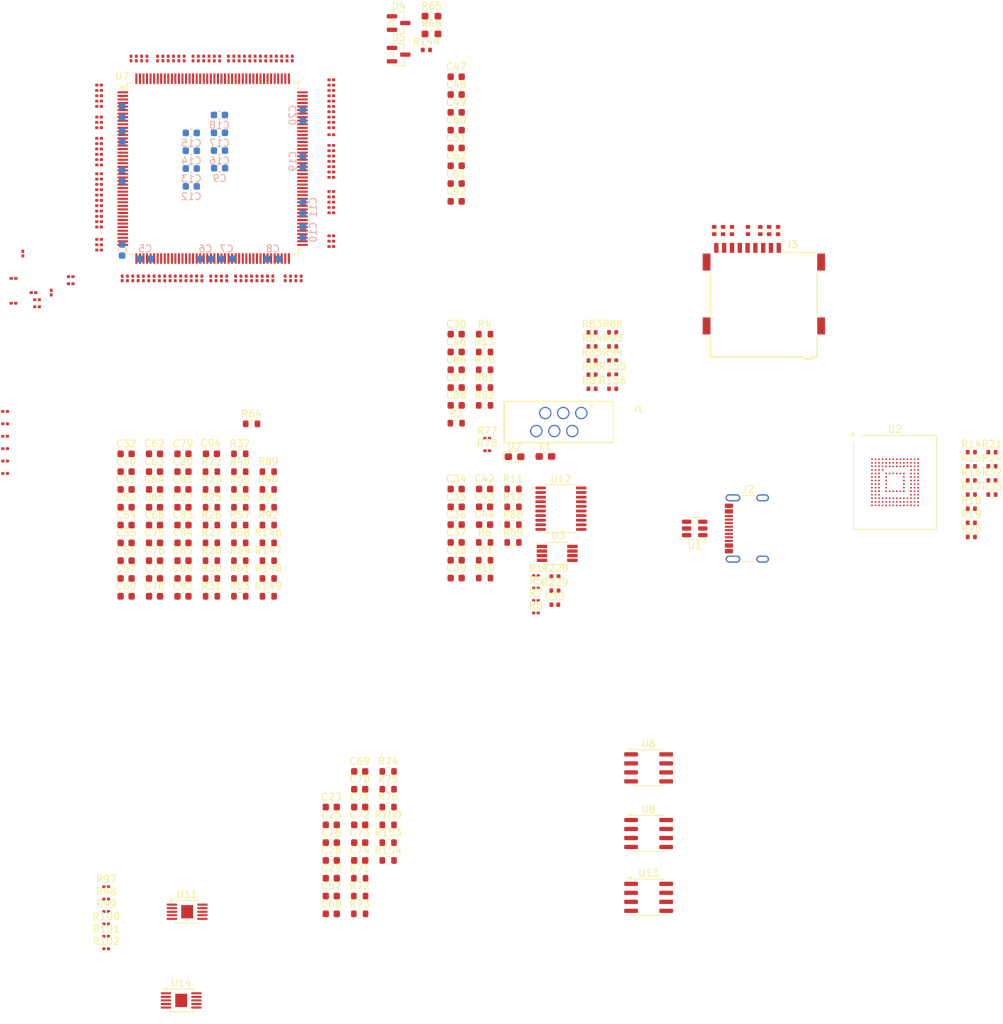
<source format=kicad_pcb>
(kicad_pcb (version 20241229) (generator "pcbnew") (generator_version "9.0")
  (layers (0 "F.Cu" signal) (2 "B.Cu" signal) (13 "F.Paste" user) (15 "B.Paste" user) (5 "F.SilkS" user "F.Silkscreen") (7 "B.SilkS" user "B.Silkscreen") (1 "F.Mask" user) (3 "B.Mask" user) (25 "Edge.Cuts" user))
  (net 0 "")
  (net 1 "GND")
  (net 2 "VDD_MCU")
  (net 3 "VREF+")
  (net 4 "VDDA_MCU")
  (net 5 "VCAPDSI")
  (net 6 "VDD33_USB")
  (net 7 "VDD50_USB")
  (net 8 "VBUS")
  (net 9 "Net-(U9-VCC)")
  (net 10 "/ADC/-IN2")
  (net 11 "/ADC/+IN2")
  (net 12 "VDDA")
  (net 13 "Net-(U3--)")
  (net 14 "Net-(U3-+)")
  (net 15 "/ADC/PT1")
  (net 16 "VDD_3V3")
  (net 17 "/ADC/+IN3")
  (net 18 "/ADC/-IN3")
  (net 19 "/ADC/+IN4")
  (net 20 "/ADC/-IN4")
  (net 21 "/ADC/+IN5")
  (net 22 "/ADC/-IN5")
  (net 23 "Net-(U6-IN-)")
  (net 24 "Net-(U6-IN+)")
  (net 25 "Net-(U8-IN+)")
  (net 26 "Net-(U8-IN-)")
  (net 27 "Net-(U13-IN+)")
  (net 28 "Net-(U13-IN-)")
  (net 29 "Net-(IC1-DVDT)")
  (net 30 "Net-(JP13-C)")
  (net 31 "Net-(U9-BOOT1)")
  (net 32 "Net-(U9-SW1)")
  (net 33 "Net-(U9-SW2)")
  (net 34 "Net-(U9-BOOT2)")
  (net 35 "Net-(U14-EN{slash}UV)")
  (net 36 "Net-(U9-COMP)")
  (net 37 "VDDSMPS")
  (net 38 "Net-(JP8-A)")
  (net 39 "Net-(JP9-A)")
  (net 40 "Net-(JP10-A)")
  (net 41 "Net-(JP11-A)")
  (net 42 "/VLXSMPS")
  (net 43 "/VFBSMPS")
  (net 44 "Net-(JP12-A)")
  (net 45 "Net-(C75-Pad1)")
  (net 46 "Net-(U14-SET)")
  (net 47 "/POWER/Psense3_IN+")
  (net 48 "Net-(U10-BOOT1)")
  (net 49 "Net-(U10-SW1)")
  (net 50 "Net-(U10-SW2)")
  (net 51 "Net-(U10-BOOT2)")
  (net 52 "VBAT_SAFE")
  (net 53 "Net-(U10-VCC)")
  (net 54 "3V5")
  (net 55 "Net-(U10-COMP)")
  (net 56 "Net-(C85-Pad1)")
  (net 57 "Net-(J2-SHIELD)")
  (net 58 "Net-(J8-PAD)")
  (net 59 "Net-(C88-Pad2)")
  (net 60 "Net-(J3-SHIELD)")
  (net 61 "/POWER/Psense2_IN+")
  (net 62 "Net-(U11-SET)")
  (net 63 "Net-(D2-K)")
  (net 64 "/DATA_S1")
  (net 65 "/DATA_S2")
  (net 66 "Net-(F1-Pad1)")
  (net 67 "/COMMUNICATION/SWDIO")
  (net 68 "/COMMUNICATION/NRST")
  (net 69 "/COMMUNICATION/SWCLK")
  (net 70 "/COMMUNICATION/SWO")
  (net 71 "Net-(J2-CC1)")
  (net 72 "/COMMUNICATION/USB_D+")
  (net 74 "Net-(J2-CC2)")
  (net 76 "/COMMUNICATION/USB_D-")
  (net 77 "/STORAGE/SD_CMD")
  (net 78 "/STORAGE/SD_DAT0")
  (net 79 "/STORAGE/SD_DAT3")
  (net 80 "/STORAGE/SD_CLK")
  (net 81 "/STORAGE/SD_DAT1")
  (net 82 "/STORAGE/SD_DET")
  (net 83 "/STORAGE/SD_DAT2")
  (net 84 "VDD_10V")
  (net 85 "/ADC/-IN1")
  (net 86 "/ADC/INA1_RG-")
  (net 87 "Net-(R6-Pad1)")
  (net 88 "Net-(U3-Vout)")
  (net 89 "/ADC/+IN1")
  (net 90 "Net-(U12-AIN0P)")
  (net 91 "Net-(U12-AIN0N)")
  (net 92 "Net-(U12-AIN1P)")
  (net 93 "Net-(U12-AIN1N)")
  (net 94 "/COMMUNICATION/TCAN_STBY")
  (net 95 "/STORAGE/eMMC_DAT7")
  (net 96 "/STORAGE/eMMC_DAT6")
  (net 97 "/STORAGE/eMMC_DAT5")
  (net 98 "/STORAGE/eMMC_DAT4")
  (net 99 "/STORAGE/eMMC_DAT3")
  (net 100 "/STORAGE/eMMC_DAT2")
  (net 101 "/STORAGE/eMMC_DAT1")
  (net 102 "/STORAGE/eMMC_DAT0")
  (net 103 "/POWER/Psense1_IN+")
  (net 104 "/STORAGE/eMMC_CMD")
  (net 105 "+BATT1")
  (net 106 "Net-(IC1-~{EN}{slash}OVLO)")
  (net 107 "/POWER/EFUSE_FLT")
  (net 108 "/STORAGE/eMMC_CLK")
  (net 109 "/STORAGE/eMMC_RST")
  (net 110 "/eMMC_CLK")
  (net 112 "/eMMC_CMD")
  (net 114 "/eMMC_DAT0")
  (net 117 "/eMMC_DAT1")
  (net 118 "/eMMC_DAT2")
  (net 120 "Net-(IC1-ILM)")
  (net 121 "/eMMC_DAT3")
  (net 124 "/eMMC_DAT4")
  (net 126 "/eMMC_DAT5")
  (net 128 "/eMMC_DAT6")
  (net 129 "/eMMC_DAT7")
  (net 132 "/eMMC_RST")
  (net 133 "Net-(U9-MODE)")
  (net 134 "Net-(U14-PGFB)")
  (net 135 "Net-(U14-ILIM)")
  (net 136 "Net-(U10-MODE)")
  (net 137 "Net-(U12-AIN2P)")
  (net 138 "Net-(U12-AIN2N)")
  (net 139 "Net-(D6-A)")
  (net 140 "Net-(Q2-G)")
  (net 141 "/H_IPA")
  (net 142 "Net-(Q3-B)")
  (net 143 "Net-(Q4-G)")
  (net 144 "/H_NOS")
  (net 145 "Net-(Q5-B)")
  (net 146 "Net-(Q6-B)")
  (net 147 "/BUZZ")
  (net 148 "Net-(BZ1-Pad1)")
  (net 149 "Net-(J9-Pin_2)")
  (net 150 "Net-(J9-Pin_1)")
  (net 151 "Net-(J14-Pin_1)")
  (net 152 "Net-(U7C-PG0)")
  (net 153 "Net-(J14-Pin_2)")
  (net 154 "Net-(U7C-PG1)")
  (net 155 "CANH")
  (net 156 "CANL")
  (net 157 "/COMMUNICATION/CM_SDA")
  (net 158 "/COMMUNICATION/CM_SCL")
  (net 159 "/COMMUNICATION/TPS10V_SDA")
  (net 160 "/COMMUNICATION/TPS10V_SCL")
  (net 161 "/COMMUNICATION/TPS3V3_SDA")
  (net 162 "/COMMUNICATION/TPS3V3_SCL")
  (net 163 "Net-(U10-EN{slash}UVLO)")
  (net 164 "Net-(U9-EN{slash}UVLO)")
  (net 165 "/COMMUNICATION/I2C_SDA")
  (net 166 "/COMMUNICATION/I2C_SCL")
  (net 167 "Net-(J14-Pin_3)")
  (net 168 "Net-(U7C-PG2)")
  (net 169 "Net-(U7C-PG3)")
  (net 170 "Net-(J14-Pin_4)")
  (net 171 "/POWER/CM_SDA")
  (net 172 "Net-(U6-SDA)")
  (net 173 "/POWER/CM_SCL")
  (net 174 "Net-(U6-SCL)")
  (net 175 "Net-(U8-SDA)")
  (net 176 "Net-(U8-SCL)")
  (net 177 "Net-(U13-SDA)")
  (net 178 "Net-(U13-SCL)")
  (net 179 "Net-(U7C-PG4)")
  (net 180 "Net-(J14-Pin_5)")
  (net 181 "Net-(U7C-PG5)")
  (net 182 "Net-(J14-Pin_6)")
  (net 183 "Net-(U7C-PG6)")
  (net 184 "Net-(J14-Pin_7)")
  (net 185 "Net-(J14-Pin_8)")
  (net 186 "Net-(U7C-PG7)")
  (net 187 "Net-(U7C-PG8)")
  (net 188 "Net-(J14-Pin_9)")
  (net 189 "Net-(J14-Pin_10)")
  (net 190 "Net-(U7C-PG9)")
  (net 191 "Net-(J14-Pin_11)")
  (net 192 "Net-(U7C-PG10)")
  (net 193 "Net-(U7C-PG11)")
  (net 194 "Net-(J14-Pin_12)")
  (net 195 "Net-(J14-Pin_13)")
  (net 196 "Net-(U7C-PG12)")
  (net 197 "Net-(J14-Pin_14)")
  (net 198 "Net-(U7C-PG13)")
  (net 199 "Net-(U7C-PG14)")
  (net 200 "Net-(J14-Pin_15)")
  (net 201 "Net-(U7C-PG15)")
  (net 202 "Net-(J14-Pin_16)")
  (net 203 "Net-(U7C-PF0)")
  (net 204 "Net-(J15-Pin_1)")
  (net 205 "Net-(J15-Pin_2)")
  (net 206 "Net-(U7C-PF1)")
  (net 207 "Net-(J15-Pin_3)")
  (net 208 "Net-(U7C-PF2)")
  (net 209 "Net-(J15-Pin_4)")
  (net 210 "Net-(U7C-PF3)")
  (net 211 "Net-(U7C-PF4)")
  (net 212 "Net-(J15-Pin_5)")
  (net 213 "Net-(U7C-PF5)")
  (net 214 "Net-(J15-Pin_6)")
  (net 215 "Net-(U7C-PF6)")
  (net 216 "Net-(J15-Pin_7)")
  (net 217 "Net-(J15-Pin_8)")
  (net 218 "Net-(U7C-PF7)")
  (net 219 "Net-(J15-Pin_9)")
  (net 220 "Net-(U7C-PF8)")
  (net 221 "Net-(U7C-PF9)")
  (net 222 "Net-(J15-Pin_10)")
  (net 223 "Net-(J15-Pin_11)")
  (net 224 "Net-(U7C-PF10)")
  (net 225 "Net-(J15-Pin_12)")
  (net 226 "Net-(U7C-PF11)")
  (net 227 "Net-(U7C-PF12)")
  (net 228 "Net-(J15-Pin_13)")
  (net 229 "Net-(J15-Pin_14)")
  (net 230 "Net-(U7C-PF13)")
  (net 231 "Net-(U7C-PF14)")
  (net 232 "Net-(J15-Pin_15)")
  (net 233 "Net-(U7C-PF15)")
  (net 234 "Net-(J15-Pin_16)")
  (net 235 "/HSE0")
  (net 236 "Net-(U7B-PH0)")
  (net 237 "/HSE1")
  (net 238 "Net-(U7B-PH1)")
  (net 239 "Net-(J10-Pin_1)")
  (net 240 "Net-(U7D-PB0)")
  (net 241 "Net-(U7D-PB1)")
  (net 242 "Net-(J10-Pin_2)")
  (net 243 "/OTG_USB")
  (net 244 "Net-(J10-Pin_3)")
  (net 245 "Net-(U7D-PB2)")
  (net 246 "Net-(J10-Pin_4)")
  (net 247 "Net-(U7D-PB3)")
  (net 248 "Net-(U7D-PB4)")
  (net 249 "Net-(J10-Pin_5)")
  (net 250 "Net-(U7D-PB5)")
  (net 251 "Net-(J10-Pin_6)")
  (net 252 "Net-(U7D-PB6)")
  (net 253 "Net-(J10-Pin_7)")
  (net 254 "/NRST")
  (net 255 "Net-(U11-PGFB)")
  (net 256 "Net-(U11-ILIM)")
  (net 257 "Net-(Q6-E)")
  (net 258 "Net-(U7D-PB7)")
  (net 259 "Net-(J10-Pin_8)")
  (net 260 "Net-(J10-Pin_9)")
  (net 261 "Net-(U7D-PB8)")
  (net 262 "Net-(Q5-E)")
  (net 263 "Net-(Q3-E)")
  (net 264 "/COMMUNICATION/ADXL_SDA")
  (net 265 "/COMMUNICATION/ADXL_SCL")
  (net 266 "Net-(U7D-PB9)")
  (net 267 "Net-(J10-Pin_10)")
  (net 268 "Net-(J10-Pin_11)")
  (net 269 "Net-(U7D-PB10)")
  (net 270 "Net-(U7D-PB11)")
  (net 271 "Net-(J10-Pin_12)")
  (net 272 "Net-(U7D-PB12)")
  (net 273 "Net-(J10-Pin_13)")
  (net 274 "Net-(U7D-PB13)")
  (net 275 "Net-(J10-Pin_14)")
  (net 276 "Net-(J10-Pin_15)")
  (net 277 "Net-(U7D-PB14)")
  (net 278 "Net-(J10-Pin_16)")
  (net 279 "Net-(U7D-PB15)")
  (net 280 "Net-(J11-Pin_1)")
  (net 281 "Net-(U7D-PC0)")
  (net 282 "Net-(J11-Pin_2)")
  (net 283 "Net-(U7D-PC1)")
  (net 284 "Net-(U7D-PC2_C)")
  (net 285 "Net-(J11-Pin_3)")
  (net 286 "Net-(U7D-PC3_C)")
  (net 287 "Net-(J11-Pin_4)")
  (net 288 "Net-(U7D-PC4)")
  (net 289 "Net-(J11-Pin_5)")
  (net 290 "Net-(J11-Pin_6)")
  (net 291 "Net-(U7D-PC5)")
  (net 292 "Net-(J11-Pin_7)")
  (net 293 "Net-(U7D-PC6)")
  (net 294 "Net-(J11-Pin_8)")
  (net 295 "Net-(U7D-PC7)")
  (net 296 "Net-(U7D-PC8)")
  (net 297 "Net-(J11-Pin_9)")
  (net 298 "Net-(U7D-PC9)")
  (net 299 "Net-(J11-Pin_10)")
  (net 300 "Net-(U7D-PC10)")
  (net 301 "Net-(J11-Pin_11)")
  (net 302 "Net-(U7D-PC11)")
  (net 303 "Net-(J11-Pin_12)")
  (net 304 "Net-(J11-Pin_13)")
  (net 305 "Net-(U7D-PC12)")
  (net 306 "Net-(U7D-PC13)")
  (net 307 "Net-(J11-Pin_14)")
  (net 308 "Net-(U7D-PC14)")
  (net 309 "Net-(J11-Pin_15)")
  (net 310 "Net-(U7D-PC15)")
  (net 311 "Net-(J11-Pin_16)")
  (net 312 "Net-(J12-Pin_1)")
  (net 313 "Net-(U7D-PD0)")
  (net 314 "Net-(U7D-PD1)")
  (net 315 "Net-(J12-Pin_2)")
  (net 316 "Net-(J12-Pin_3)")
  (net 317 "Net-(U7D-PD2)")
  (net 318 "Net-(U7D-PD3)")
  (net 319 "Net-(J12-Pin_4)")
  (net 320 "Net-(U7D-PD4)")
  (net 321 "Net-(J12-Pin_5)")
  (net 322 "Net-(U7D-PD5)")
  (net 323 "Net-(J12-Pin_6)")
  (net 324 "Net-(U7D-PD6)")
  (net 325 "Net-(J12-Pin_7)")
  (net 326 "Net-(U7D-PD7)")
  (net 327 "Net-(J12-Pin_8)")
  (net 328 "Net-(U7D-PD8)")
  (net 329 "Net-(J12-Pin_9)")
  (net 330 "Net-(U7D-PD9)")
  (net 331 "Net-(J12-Pin_10)")
  (net 332 "Net-(J12-Pin_11)")
  (net 333 "Net-(U7D-PD10)")
  (net 334 "Net-(J12-Pin_12)")
  (net 335 "Net-(U7D-PD11)")
  (net 336 "Net-(J12-Pin_13)")
  (net 337 "Net-(U7D-PD12)")
  (net 338 "Net-(U7D-PD13)")
  (net 339 "Net-(J12-Pin_14)")
  (net 340 "Net-(J12-Pin_15)")
  (net 341 "Net-(U7D-PD14)")
  (net 342 "Net-(J12-Pin_16)")
  (net 343 "Net-(U7D-PD15)")
  (net 344 "Net-(J16-Pin_1)")
  (net 345 "Net-(U7C-PE0)")
  (net 346 "Net-(U7C-PE1)")
  (net 347 "Net-(J16-Pin_2)")
  (net 348 "Net-(U7C-PE2)")
  (net 349 "Net-(J16-Pin_3)")
  (net 350 "Net-(U7C-PE3)")
  (net 351 "Net-(J16-Pin_4)")
  (net 352 "Net-(J16-Pin_5)")
  (net 353 "Net-(U7C-PE4)")
  (net 354 "Net-(U7C-PE5)")
  (net 355 "Net-(J16-Pin_6)")
  (net 356 "Net-(J16-Pin_7)")
  (net 357 "Net-(U7C-PE6)")
  (net 358 "Net-(J16-Pin_8)")
  (net 359 "Net-(U7C-PE7)")
  (net 360 "Net-(J16-Pin_9)")
  (net 361 "Net-(U7C-PE8)")
  (net 362 "Net-(J16-Pin_10)")
  (net 363 "Net-(U7C-PE9)")
  (net 364 "Net-(J16-Pin_11)")
  (net 365 "Net-(U7C-PE10)")
  (net 366 "Net-(U7C-PE11)")
  (net 367 "Net-(J16-Pin_12)")
  (net 368 "Net-(U7C-PE12)")
  (net 369 "Net-(J16-Pin_13)")
  (net 370 "Net-(J16-Pin_14)")
  (net 371 "Net-(U7C-PE13)")
  (net 372 "Net-(J16-Pin_15)")
  (net 373 "Net-(U7C-PE14)")
  (net 374 "Net-(J16-Pin_16)")
  (net 375 "Net-(U7C-PE15)")
  (net 376 "Net-(J13-Pin_1)")
  (net 377 "Net-(U7C-PA0)")
  (net 378 "Net-(J13-Pin_2)")
  (net 379 "Net-(U7C-PA1)")
  (net 380 "Net-(U7C-PA2)")
  (net 381 "Net-(J13-Pin_3)")
  (net 382 "Net-(J13-Pin_4)")
  (net 383 "Net-(U7C-PA3)")
  (net 384 "Net-(J13-Pin_5)")
  (net 385 "Net-(U7C-PA4)")
  (net 386 "Net-(U7C-PA5)")
  (net 387 "Net-(J13-Pin_6)")
  (net 388 "Net-(U7C-PA6)")
  (net 389 "Net-(J13-Pin_7)")
  (net 390 "Net-(U7C-PA7)")
  (net 391 "Net-(J13-Pin_8)")
  (net 392 "Net-(U7C-PA8)")
  (net 393 "Net-(J13-Pin_9)")
  (net 394 "Net-(U7C-PA9)")
  (net 395 "Net-(J13-Pin_10)")
  (net 396 "Net-(U7C-PA10)")
  (net 397 "Net-(J13-Pin_11)")
  (net 398 "Net-(J13-Pin_12)")
  (net 399 "Net-(U7C-PA11)")
  (net 400 "Net-(U7C-PA12)")
  (net 401 "Net-(J13-Pin_13)")
  (net 402 "Net-(U7C-PA13)")
  (net 403 "Net-(J13-Pin_14)")
  (net 404 "Net-(U7C-PA14)")
  (net 405 "Net-(J13-Pin_15)")
  (net 406 "Net-(J13-Pin_16)")
  (net 407 "Net-(U7C-PA15)")
  (net 408 "Net-(U12-AIN3P)")
  (net 409 "Net-(U12-AIN3N)")
  (net 410 "/COMMUNICATION/D-")
  (net 411 "/COMMUNICATION/D+")
  (net 412 "Net-(U2B-DS)")
  (net 413 "Net-(JP3-C)")
  (net 416 "VDDLDO")
  (net 419 "VCAP")
  (net 420 "Net-(U7A-VBAT)")
  (net 421 "/BOOT0")
  (net 424 "Net-(U11-PG)")
  (net 425 "/ADC/ADS_CLKIN")
  (net 427 "/ADC/ADS_CS")
  (net 428 "/ADC/ADS_DRDY")
  (net 429 "/ADC/ADS_DIN")
  (net 431 "/ADC/ADS_SYNC{slash}RESET")
  (net 432 "/ADC/ADS_SCLK")
  (net 433 "/ADC/ADS_DOUT")
  (net 434 "Net-(U14-PG)")
  (footprint "Resistor_SMD:R_0603_1608Metric" (layer "F.Cu") (at 75.61 93.28)
    (property "Reference" "R146")
    (property "Value" "R_US")
  )
  (footprint "Package_SO:SOIC-8_3.9x4.9mm_P1.27mm" (layer "F.Cu") (at 129.25 143.25)
    (property "Reference" "U13")
    (property "Value" "INA219AxD")
  )
  (footprint "Resistor_SMD:R_0201_0603Metric" (layer "F.Cu") (at 51.75 31)
    (property "Reference" "R201" (hide yes))
    (property "Value" "0" (hide yes))
  )
  (footprint "Resistor_SMD:R_0603_1608Metric" (layer "F.Cu") (at 88.505 140.56)
    (property "Reference" "R71")
    (property "Value" "R_US")
  )
  (footprint "Resistor_SMD:R_0201_0603Metric" (layer "F.Cu") (at 61 56 90)
    (property "Reference" "R134" (hide yes))
    (property "Value" "0" (hide yes))
  )
  (footprint "Resistor_SMD:R_0603_1608Metric_Pad0.98x0.95mm_HandSolder" (layer "F.Cu") (at 98.63 21.54)
    (property "Reference" "R66")
    (property "Value" "10k")
  )
  (footprint "Capacitor_SMD:C_0402_1005Metric" (layer "F.Cu") (at 116.02 102)
    (property "Reference" "C33")
    (property "Value" "10nF")
  )
  (footprint "Capacitor_SMD:C_0603_1608Metric" (layer "F.Cu") (at 102.11 71.39)
    (property "Reference" "C87")
    (property "Value" "0.1u")
  )
  (footprint "Resistor_SMD:R_0201_0603Metric" (layer "F.Cu") (at 51.75 48.75)
    (property "Reference" "R167" (hide yes))
    (property "Value" "0" (hide yes))
  )
  (footprint "Resistor_SMD:R_0201_0603Metric" (layer "F.Cu") (at 51.75 45 180)
    (property "Reference" "R131" (hide yes))
    (property "Value" "0" (hide yes))
  )
  (footprint "Resistor_SMD:R_0603_1608Metric" (layer "F.Cu") (at 106.12 73.9)
    (property "Reference" "R82")
    (property "Value" "60")
  )
  (footprint "Resistor_SMD:R_0201_0603Metric" (layer "F.Cu") (at 84.5 39.5 180)
    (property "Reference" "R104" (hide yes))
    (property "Value" "0" (hide yes))
  )
  (footprint "Resistor_SMD:R_0201_0603Metric" (layer "F.Cu") (at 63 25 -90)
    (property "Reference" "R137" (hide yes))
    (property "Value" "0" (hide yes))
  )
  (footprint "Resistor_SMD:R_0201_0603Metric" (layer "F.Cu") (at 60 25 -90)
    (property "Reference" "R151" (hide yes))
    (property "Value" "0" (hide yes))
  )
  (footprint "Resistor_SMD:R_0201_0603Metric" (layer "F.Cu") (at 45 58 -90)
    (property "Reference" "R139" (hide yes))
    (property "Value" "0" (hide yes))
  )
  (footprint "Fuse:Fuse_0603_1608Metric_Pad1.05x0.95mm_HandSolder" (layer "F.Cu") (at 114.69 81.1)
    (property "Reference" "F1")
    (property "Value" "Polyfuse")
  )
  (footprint "Resistor_SMD:R_0603_1608Metric" (layer "F.Cu") (at 67.59 90.77)
    (property "Reference" "R26")
    (property "Value" "R_US")
  )
  (footprint "Resistor_SMD:R_0201_0603Metric" (layer "F.Cu") (at 51.75 29.5)
    (property "Reference" "R199" (hide yes))
    (property "Value" "0" (hide yes))
  )
  (footprint "Resistor_SMD:R_0201_0603Metric" (layer "F.Cu") (at 51.75 33.25)
    (property "Reference" "R177" (hide yes))
    (property "Value" "0" (hide yes))
  )
  (footprint "Resistor_SMD:R_0201_0603Metric" (layer "F.Cu") (at 68 25 -90)
    (property "Reference" "R109" (hide yes))
    (property "Value" "0" (hide yes))
  )
  (footprint "Resistor_SMD:R_0201_0603Metric" (layer "F.Cu") (at 69.75 56 -90)
    (property "Reference" "R205" (hide yes))
    (property "Value" "0" (hide yes))
  )
  (footprint "Capacitor_SMD:C_0603_1608Metric" (layer "F.Cu") (at 63.58 80.73)
    (property "Reference" "C79")
    (property "Value" "C")
  )
  (footprint "Resistor_SMD:R_0201_0603Metric" (layer "F.Cu") (at 84.5 37.25 180)
    (property "Reference" "R107" (hide yes))
    (property "Value" "0" (hide yes))
  )
  (footprint "Capacitor_SMD:C_0603_1608Metric" (layer "F.Cu") (at 102.11 30.08)
    (property "Reference" "C48")
    (property "Value" "0.1u")
  )
  (footprint "Resistor_SMD:R_0603_1608Metric" (layer "F.Cu") (at 67.59 93.28)
    (property "Reference" "R27")
    (property "Value" "R_US")
  )
  (footprint "Resistor_SMD:R_0402_1005Metric" (layer "F.Cu") (at 121.27 63.6)
    (property "Reference" "R83")
    (property "Value" "R_US")
  )
  (footprint "Resistor_SMD:R_0402_1005Metric" (layer "F.Cu") (at 174.76 82.49)
    (property "Reference" "R15")
    (property "Value" "10k")
  )
  (footprint "Capacitor_SMD:C_0603_1608Metric" (layer "F.Cu") (at 106.12 85.69)
    (property "Reference" "C42")
    (property "Value" "10nF")
  )
  (footprint "Package_SO:TSSOP-20_4.4x6.5mm_P0.65mm" (layer "F.Cu") (at 116.885 88.46)
    (property "Reference" "U12")
    (property "Value" "ADS131M04xPW")
  )
  (footprint "Resistor_SMD:R_0201_0603Metric" (layer "F.Cu") (at 58.75 56 90)
    (property "Reference" "R168" (hide yes))
    (property "Value" "0" (hide yes))
  )
  (footprint "Capacitor_SMD:C_0603_1608Metric" (layer "F.Cu") (at 102.11 85.69)
    (property "Reference" "C34")
    (property "Value" "10u")
  )
  (footprint "Resistor_SMD:R_0201_0603Metric" (layer "F.Cu") (at 71.5 25 90)
    (property "Reference" "R185" (hide yes))
    (property "Value" "0" (hide yes))
  )
  (footprint "Resistor_SMD:R_0402_1005Metric" (layer "F.Cu") (at 174.76 90.45)
    (property "Reference" "R19")
    (property "Value" "10k")
  )
  (footprint "Capacitor_SMD:C_0603_1608Metric" (layer "F.Cu") (at 102.11 37.61)
    (property "Reference" "C51")
    (property "Value" "10u")
  )
  (footprint "Resistor_SMD:R_0603_1608Metric" (layer "F.Cu") (at 92.515 130.52)
    (property "Reference" "R76")
    (property "Value" "R_US")
  )
  (footprint "Resistor_SMD:R_0402_1005Metric" (layer "F.Cu") (at 146.25 49.25 -90)
    (property "Reference" "R54" (hide yes))
    (property "Value" "DNF" (hide yes))
  )
  (footprint "Resistor_SMD:R_0201_0603Metric" (layer "F.Cu") (at 39.68 59.5)
    (property "Reference" "R39" (hide yes))
    (property "Value" "22" (hide yes))
  )
  (footprint "Package_SO:MSOP-10-1EP_3x3mm_P0.5mm_EP1.68x1.88mm" (layer "F.Cu") (at 63.33 157.78)
    (property "Reference" "U14")
    (property "Value" "LT3042xMSE")
  )
  (footprint "Capacitor_SMD:C_0603_1608Metric" (layer "F.Cu") (at 102.11 42.63)
    (property "Reference" "C61")
    (property "Value" "0.1u")
  )
  (footprint "Resistor_SMD:R_0201_0603Metric" (layer "F.Cu") (at 113.36 99.66)
    (property "Reference" "R5")
    (property "Value" "0")
  )
  (footprint "Resistor_SMD:R_0402_1005Metric" (layer "F.Cu") (at 177.67 82.49)
    (property "Reference" "R24")
    (property "Value" "10k")
  )
  (footprint "Resistor_SMD:R_0201_0603Metric" (layer "F.Cu") (at 64.75 56 90)
    (property "Reference" "R129" (hide yes))
    (property "Value" "0" (hide yes))
  )
  (footprint "Capacitor_SMD:C_0603_1608Metric" (layer "F.Cu") (at 106.12 88.2)
    (property "Reference" "C43")
    (property "Value" "10nF")
  )
  (footprint "Resistor_SMD:R_0201_0603Metric" (layer "F.Cu") (at 73.25 56 -90)
    (property "Reference" "R209" (hide yes))
    (property "Value" "0" (hide yes))
  )
  (footprint "Resistor_SMD:R_0603_1608Metric" (layer "F.Cu") (at 67.59 88.26)
    (property "Reference" "R25")
    (property "Value" "R_US")
  )
  (footprint "Capacitor_SMD:C_0603_1608Metric" (layer "F.Cu") (at 63.58 85.75)
    (property "Reference" "C81")
    (property "Value" "C")
  )
  (footprint "Resistor_SMD:R_0603_1608Metric" (layer "F.Cu") (at 110.13 88.2)
    (property "Reference" "R12")
    (property "Value" "1k")
  )
  (footprint "Resistor_SMD:R_0603_1608Metric" (layer "F.Cu") (at 106.12 93.22)
    (property "Reference" "R6")
    (property "Value" "?")
  )
  (footprint "Capacitor_SMD:C_0603_1608Metric" (layer "F.Cu") (at 59.57 95.79)
    (property "Reference" "C76")
    (property "Value" "C")
  )
  (footprint "Capacitor_SMD:C_0603_1608Metric" (layer "F.Cu") (at 55.56 85.75)
    (property "Reference" "C41")
    (property "Value" "10u")
  )
  (footprint "Capacitor_SMD:C_0603_1608Metric" (layer "F.Cu") (at 55.56 98.3)
    (property "Reference" "C57")
    (property "Value" "C")
  )
  (footprint "Resistor_SMD:R_0201_0603Metric" (layer "F.Cu") (at 52.75 147)
    (property "Reference" "R100")
    (property "Value" "0")
  )
  (footprint "Resistor_SMD:R_0201_0603Metric" (layer "F.Cu") (at 73.75 25 90)
    (property "Reference" "R182" (hide yes))
    (property "Value" "0" (hide yes))
  )
  (footprint "Capacitor_SMD:C_0603_1608Metric" (layer "F.Cu") (at 88.505 130.52)
    (property "Reference" "C71")
    (property "Value" "4.7u")
  )
  (footprint "Resistor_SMD:R_0603_1608Metric" (layer "F.Cu") (at 106.12 68.88)
    (property "Reference" "R70")
    (property "Value" "R_US")
  )
  (footprint "Resistor_SMD:R_0201_0603Metric" (layer "F.Cu") (at 51.75 36.25)
    (property "Reference" "R115" (hide yes))
    (property "Value" "0" (hide yes))
  )
  (footprint "Resistor_SMD:R_0201_0603Metric" (layer "F.Cu") (at 70.75 25 90)
    (property "Reference" "R186" (hide yes))
    (property "Value" "0" (hide yes))
  )
  (footprint "UserFootprints:490107670612" (layer "F.Cu") (at 116.58 76.245)
    (property "Reference" "J1")
    (property "Value" "JTAG")
  )
  (footprint "Resistor_SMD:R_0201_0603Metric" (layer "F.Cu") (at 47.75 55.75)
    (property "Reference" "R2" (hide yes))
    (property "Value" "0" (hide yes))
  )
  (footprint "Resistor_SMD:R_0201_0603Metric" (layer "F.Cu") (at 84.5 50)
    (property "Reference" "R190" (hide yes))
    (property "Value" "0" (hide yes))
  )
  (footprint "Resistor_SMD:R_0201_0603Metric" (layer "F.Cu") (at 84.5 29.5)
    (property "Reference" "R223" (hide yes))
    (property "Value" "0" (hide yes))
  )
  (footprint "Resistor_SMD:R_0603_1608Metric" (layer "F.Cu") (at 106.12 71.39)
    (property "Reference" "R81")
    (property "Value" "60")
  )
  (footprint "Resistor_SMD:R_0201_0603Metric" (layer "F.Cu") (at 84.5 50.75)
    (property "Reference" "R189" (hide yes))
    (property "Value" "0" (hide yes))
  )
  (footprint "Resistor_SMD:R_0201_0603Metric" (layer "F.Cu") (at 74.75 56 -90)
    (property "Reference" "R211" (hide yes))
    (property "Value" "0" (hide yes))
  )
  (footprint "Resistor_SMD:R_0201_0603Metric" (layer "F.Cu") (at 78 56 90)
    (property "Reference" "R160" (hide yes))
    (property "Value" "0" (hide yes))
  )
  (footprint "Capacitor_SMD:C_0603_1608Metric" (layer "F.Cu") (at 84.495 143.07)
    (property "Reference" "C67")
    (property "Value" "4.7u ESR < 100m")
  )
  (footprint "Resistor_SMD:R_0603_1608Metric" (layer "F.Cu") (at 106.12 66.37)
    (property "Reference" "R13")
    (property "Value" "R_US")
  )
  (footprint "Resistor_SMD:R_0603_1608Metric" (layer "F.Cu") (at 92.515 135.54)
    (property "Reference" "R153")
    (property "Value" "R_US")
  )
  (footprint "Resistor_SMD:R_0402_1005Metric" (layer "F.Cu") (at 124.18 65.59)
    (property "Reference" "R93")
    (property "Value" "R_US")
  )
  (footprint "Resistor_SMD:R_0402_1005Metric" (layer "F.Cu") (at 174.76 86.47)
    (property "Reference" "R17")
    (property "Value" "10k")
  )
  (footprint "Package_SO:SOIC-8_3.9x4.9mm_P1.27mm" (layer "F.Cu") (at 129.25 125)
    (property "Reference" "U6")
    (property "Value" "INA219AxD")
  )
  (footprint "Resistor_SMD:R_0201_0603Metric" (layer "F.Cu") (at 51.75 42)
    (property "Reference" "R122" (hide yes))
    (property "Value" "0" (hide yes))
  )
  (footprint "Resistor_SMD:R_0201_0603Metric" (layer "F.Cu") (at 84.5 31.75)
    (property "Reference" "R220" (hide yes))
    (property "Value" "0" (hide yes))
  )
  (footprint "Resistor_SMD:R_0201_0603Metric" (layer "F.Cu") (at 74 56 -90)
    (property "Reference" "R210" (hide yes))
    (property "Value" "0" (hide yes))
  )
  (footprint "Resistor_SMD:R_0201_0603Metric" (layer "F.Cu") (at 84.5 38.75 180)
    (property "Reference" "R105" (hide yes))
    (property "Value" "0" (hide yes))
  )
  (footprint "Resistor_SMD:R_0201_0603Metric" (layer "F.Cu") (at 47.75 56.75)
    (property "Reference" "R42" (hide yes))
    (property "Value" "0" (hide yes))
  )
  (footprint "Resistor_SMD:R_0603_1608Metric" (layer "F.Cu") (at 88.505 145.58)
    (property "Reference" "R73")
    (property "Value" "R_US")
  )
  (footprint "Resistor_SMD:R_0201_0603Metric" (layer "F.Cu") (at 51.75 45.75 180)
    (property "Reference" "R132" (hide yes))
    (property "Value" "0" (hide yes))
  )
  (footprint "Resistor_SMD:R_0201_0603Metric" (layer "F.Cu") (at 51.75 42.75)
    (property "Reference" "R123" (hide yes))
    (property "Value" "0" (hide yes))
  )
  (footprint "Resistor_SMD:R_0201_0603Metric" (layer "F.Cu") (at 71.75 56 -90)
    (property "Reference" "R207" (hide yes))
    (property "Value" "0" (hide yes))
  )
  (footprint "Capacitor_SMD:C_0603_1608Metric" (layer "F.Cu") (at 102.11 32.59)
    (property "Reference" "C49")
    (property "Value" "0.1u")
  )
  (footprint "Package_SO:MSOP-10-1EP_3x3mm_P0.5mm_EP1.68x1.88mm" (layer "F.Cu") (at 64.17 145.28)
    (property "Reference" "U11")
    (property "Value" "LT3042xMSE")
  )
  (footprint "Resistor_SMD:R_0402_1005Metric" (layer "F.Cu") (at 174.76 84.48)
    (property "Reference" "R16")
    (property "Value" "10k")
  )
  (footprint "Capacitor_SMD:C_0603_1608Metric" (layer "F.Cu") (at 55.56 93.28)
    (property "Reference" "C55")
    (property "Value" "C")
  )
  (footprint "Resistor_SMD:R_0201_0603Metric" (layer "F.Cu") (at 78.75 56 90)
    (property "Reference" "R161" (hide yes))
    (property "Value" "0" (hide yes))
  )
  (footprint "Capacitor_SMD:C_0603_1608Metric" (layer "F.Cu") (at 84.495 135.54)
    (property "Reference" "C26")
    (property "Value" "100n")
  )
  (footprint "Resistor_SMD:R_0201_0603Metric" (layer "F.Cu") (at 39.68 56)
    (property "Reference" "R36" (hide yes))
    (property "Value" "22" (hide yes))
  )
  (footprint "Resistor_SMD:R_0603_1608Metric" (layer "F.Cu") (at 110.13 85.69)
    (property "Reference" "R11")
    (property "Value" "1k")
  )
  (footprint "Diode_SMD:D_0603_1608Metric_Pad1.05x0.95mm_HandSolder" (layer "F.Cu") (at 110.345 81.14)
    (property "Reference" "D2")
    (property "Value" "6.4V")
  )
  (footprint "Resistor_SMD:R_0201_0603Metric" (layer "F.Cu") (at 64 56 90)
    (property "Reference" "R128" (hide yes))
    (property "Value" "0" (hide yes))
  )
  (footprint "Resistor_SMD:R_0603_1608Metric" (layer "F.Cu") (at 92.515 138.05)
    (property "Reference" "R154")
    (property "Value" "R_US")
  )
  (footprint "Resistor_SMD:R_0201_0603Metric" (layer "F.Cu") (at 106.48 78.54)
    (property "Reference" "R77")
    (property "Value" "0")
  )
  (footprint "Resistor_SMD:R_0201_0603Metric" (layer "F.Cu") (at 38.5 80)
    (property "Reference" "R46" (hide yes))
    (property "Value" "22" (hide yes))
  )
  (footprint "Resistor_SMD:R_0201_0603Metric" (layer "F.Cu") (at 51.75 47.25)
    (property "Reference" "R165" (hide yes))
    (property "Value" "0" (hide yes))
  )
  (footprint "Resistor_SMD:R_0201_0603Metric" (layer "F.Cu") (at 51.75 44.25)
    (property "Reference" "R125" (hide yes))
    (property "Value" "0" (hide yes))
  )
  (footprint "Resistor_SMD:R_0603_1608Metric_Pad0.98x0.95mm_HandSolder" (layer "F.Cu") (at 98.63 19.03)
    (property "Reference" "R65")
    (property "Value" "10k")
  )
  (footprint "Resistor_SMD:R_0603_1608Metric" (layer "F.Cu") (at 92.515 128.01)
    (property "Reference" "R75")
    (property "Value" "R_US")
  )
  (footprint "Resistor_SMD:R_0201_0603Metric" (layer "F.Cu") (at 113.36 97.91)
    (property "Reference" "R1")
    (property "Value" "0")
  )
  (footprint "Resistor_SMD:R_0402_1005Metric" (layer "F.Cu") (at 97.91 23.79)
    (property "Reference" "R144")
    (property "Value" "R_US")
  )
  (footprint "Resistor_SMD:R_0201_0603Metric" (layer "F.Cu") (at 51.75 34.75)
    (property "Reference" "R179" (hide yes))
    (property "Value" "0" (hide yes))
  )
  (footprint "Package_QFP:LQFP-176_24x24mm_P0.5mm" (layer "F.Cu") (at 67.76 40.52)
    (property "Reference" "U7")
    (property "Value" "STM32H747II" (hide yes))
  )
  (footprint "Capacitor_SMD:C_0603_1608Metric" (layer "F.Cu") (at 63.58 93.28)
    (property "Reference" "C84")
    (property "Value" "C")
  )
  (footprint "Resistor_SMD:R_0201_0603Metric" (layer "F.Cu") (at 61.5 25 -90)
    (property "Reference" "R142" (hide yes))
    (property "Value" "0" (hide yes))
  )
  (footprint "Resistor_SMD:R_0201_0603Metric" (layer "F.Cu") (at 72.5 56 -90)
    (property "Reference" "R208" (hide yes))
    (property "Value" "0" (hide yes))
  )
  (footprint "Resistor_SMD:R_0201_0603Metric" (layer "F.Cu") (at 75.25 25 90)
    (property "Reference" "R180" (hide yes))
    (property "Value" "0" (hide yes))
  )
  (footprint "Resistor_SMD:R_0201_0603Metric" (layer "F.Cu") (at 43 59)
    (property "Reference" "R34" (hide yes))
    (property "Value" "22" (hide yes))
  )
  (footprint "Capacitor_SMD:C_0603_1608Metric" (layer "F.Cu") (at 63.58 95.79)
    (property "Reference" "C85")
    (property "Value" "C")
  )
  (footprint "Capacitor_SMD:C_0603_1608Metric" (layer "F.Cu") (at 59.57 85.75)
    (property "Reference" "C64")
    (property "Value" "C")
  )
  (footprint "Resistor_SMD:R_0603_1608Metric" (layer "F.Cu") (at 71.6 90.77)
    (property "Reference" "R57")
    (property "Value" "R_US")
  )
  (footprint "Resistor_SMD:R_0402_1005Metric" (layer "F.Cu") (at 124.18 69.57)
    (property "Reference" "R155")
    (property "Value" "R_US")
  )
  (footprint "Resistor_SMD:R_0201_0603Metric" (layer "F.Cu") (at 84.5 33.25 180)
    (property "Reference" "R172" (hide yes))
    (property "Value" "0" (hide yes))
  )
  (footprint "Resistor_SMD:R_0201_0603Metric" (layer "F.Cu") (at 84.5 46)
    (property "Reference" "R192" (hide yes))
    (property "Value" "0" (hide yes))
  )
  (footprint "Resistor_SMD:R_0603_1608Metric" (layer "F.Cu") (at 92.515 125.5)
    (property "Reference" "R74")
    (property "Value" "R_US")
  )
  (footprint "Resistor_SMD:R_0201_0603Metric" (layer "F.Cu") (at 38.5 83.5)
    (property "Reference" "R48" (hide yes))
    (property "Value" "22" (hide yes))
  )
  (footprint "Resistor_SMD:R_0201_0603Metric" (layer "F.Cu") (at 84.5 44.5)
    (property "Reference" "R194" (hide yes))
    (property "Value" "0" (hide yes))
  )
  (footprint "Resistor_SMD:R_0603_1608Metric" (layer "F.Cu") (at 67.59 100.81)
    (property "Reference" "R31")
    (property "Value" "R_US" (hide yes))
  )
  (footprint "Resistor_SMD:R_0201_0603Metric" (layer "F.Cu") (at 60.75 25 -90)
    (property "Reference" "R143" (hide yes))
    (property "Value" "0" (hide yes))
  )
  (footprint "Resistor_SMD:R_0201_0603Metric" (layer "F.Cu") (at 52.75 150.5)
    (property "Reference" "R102")
    (property "Value" "0")
  )
  (footprint "Resistor_SMD:R_0603_1608Metric" (layer "F.Cu") (at 92.515 133.03)
    (property "Reference" "R150")
    (property "Value" "R_US")
  )
  (footprint "Resistor_SMD:R_0201_0603Metric" (layer "F.Cu") (at 84.5 46.75)
    (property "Reference" "R191" (hide yes))
    (property "Value" "0" (hide yes))
  )
  (footprint "Resistor_SMD:R_0201_0603Metric" (layer "F.Cu") (at 84.5 31)
    (property "Reference" "R221" (hide yes))
    (property "Value" "0" (hide yes))
  )
  (footprint "Resistor_SMD:R_0201_0603Metric" (layer "F.Cu") (at 84.5 41.75 180)
    (property "Reference" "R95" (hide yes))
    (property "Value" "0" (hide yes))
  )
  (footprint "Resistor_SMD:R_0402_1005Metric" (layer "F.Cu") (at 174.76 80.5)
    (property "Reference" "R14")
    (property "Value" "10k")
  )
  (footprint "Capacitor_SMD:C_0603_1608Metric" (layer "F.Cu") (at 84.495 138.05)
    (property "Reference" "C28")
    (property "Value" "100n")
  )
  (footprint "Resistor_SMD:R_0201_0603Metric" (layer "F.Cu") (at 84.5 45.25)
    (property "Reference" "R193" (hide yes))
    (property "Value" "0" (hide yes))
  )
  (footprint "Capacitor_SMD:C_0603_1608Metric" (layer "F.Cu") (at 63.58 90.77)
    (property "Reference" "C83")
    (property "Value" "C")
  )
  (footprint "Resistor_SMD:R_0201_0603Metric" (layer "F.Cu") (at 79 25 90)
    (property "Reference" "R226" (hide yes))
    (property "Value" "0" (hide yes))
  )
  (footprint "Capacitor_SMD:C_0603_1608Metric" (layer "F.Cu") (at 102.11 90.71)
    (property "Reference" "C36")
    (property "Value" "?")
  )
  (footprint "Capacitor_SMD:C_0603_1608Metric" (layer "F.Cu") (at 102.11 95.73)
    (property "Reference" "C38")
    (property "Value" "DNF")
  )
  (footprint "Resistor_SMD:R_0603_1608Metric" (layer "F.Cu") (at 75.61 90.77)
    (property "Reference" "R92")
    (property "Value" "R_US")
  )
  (footprint "Resistor_SMD:R_0201_0603Metric" (layer "F.Cu") (at 65.75 25 -90)
    (property "Reference" "R112" (hide yes))
    (property "Value" "0" (hide yes))
  )
  (footprint "Capacitor_SMD:C_0603_1608Metric" (layer "F.Cu") (at 55.56 90.77)
    (property "Reference" "C54")
    (property "Value" "0.1u")
  )
  (footprint "Resistor_SMD:R_0402_1005Metric" (layer "F.Cu") (at 121.27 67.58)
    (property "Reference" "R85")
    (property "Value" "R_US")
  )
  (footprint "Capacitor_SMD:C_0603_1608Metric" (layer "F.Cu") (at 106.12 90.71)
    (property "Reference" "C44")
    (property "Value" "10nF")
  )
  (footprint "Resistor_SMD:R_0402_1005Metric" (layer "F.Cu") (at 141 49.25 -90)
    (property "Reference" "R51" (hide yes))
    (property "Value" "DNF" (hide yes))
  )
  (footprint "Capacitor_SMD:C_0603_1608Metric" (layer "F.Cu") (at 88.505 135.54)
    (property "Reference" "C73")
    (property "Value" "10u ESR < 20m")
  )
  (footprint "Resistor_SMD:R_0201_0603Metric" (layer "F.Cu") (at 52.75 143.5)
    (property "Reference" "R98")
    (property "Value" "0")
  )
  (footprint "Capacitor_SMD:C_0603_1608Metric" (layer "F.Cu") (at 59.57 83.24)
    (property "Reference" "C63")
    (property "Value" "C")
  )
  (footprint "Resistor_SMD:R_0603_1608Metric" (layer "F.Cu") (at 67.59 83.24)
    (property "Reference" "R22")
    (property "Value" "R_US")
  )
  (footprint "Capacitor_SMD:C_0603_1608Metric" (layer "F.Cu") (at 67.59 80.73)
    (property "Reference" "C94")
    (property "Value" "C")
  )
  (footprint "Resistor_SMD:R_0201_0603Metric" (layer "F.Cu") (at 56.5 56 -90)
    (property "Reference" "R217" (hide yes))
    (property "Value" "0" (hide yes))
  )
  (footprint "Capacitor_SMD:C_0603_1608Metric" (layer "F.Cu") (at 55.56 83.24)
    (property "Reference" "C40")
    (property "Value" "0.1u")
  )
  (footprint "Resistor_SMD:R_0402_1005Metric" (layer "F.Cu") (at 143.25 49.25 -90)
    (property "Reference" "R52" (hide yes))
    (property "Value" "DNF" (hide yes))
  )
  (footprint "Resistor_SMD:R_0402_1005Metric" (layer "F.Cu") (at 147.5 49.25 -90)
    (property "Reference" "R62" (hide yes))
    (property "Value" "DNF" (hide yes))
  )
  (footprint "Package_TO_SOT_SMD:SOT-23-6" (layer "F.Cu") (at 135.75 91.25 180)
    (property "Reference" "U1")
    (property "Value" "USBLC6-2SC6")
  )
  (footprint "Resistor_SMD:R_0201_0603Metric" (layer "F.Cu") (at 41 52.5 90)
    (property "Reference" "R135" (hide yes))
    (property "Value" "0" (hide yes))
  )
  (footprint "Resistor_SMD:R_0603_1608Metric" (layer "F.Cu") (at 71.6 100.81)
    (property "Reference" "R63")
    (property "Value" "R_US")
  )
  (footprint "Resistor_SMD:R_0201_0603Metric" (layer "F.Cu") (at 84.5 38 180)
    (property "Reference" "R106" (hide yes))
    (property "Value" "0" (hide yes))
  )
  (footprint "Resistor_SMD:R_0402_1005Metric" (layer "F.Cu") (at 177.67 84.48)
    (property "Reference" "R32")
    (property "Value" "10k")
  )
  (footprint "Resistor_SMD:R_0201_0603Metric" (layer "F.Cu") (at 67.25 25 -90)
    (property "Reference" "R110" (hide yes))
    (property "Value" "0" (hide yes))
  )
  (footprint "Resistor_SMD:R_0201_0603Metric" (layer "F.Cu") (at 72.25 25 90)
    (property "Reference" "R184" (hide yes))
    (property "Value" "0" (hide yes))
  )
  (footprint "Resistor_SMD:R_0201_0603Metric" (layer "F.Cu") (at 65.5 56 90)
    (property "Reference" "R130" (hide yes))
    (property "Value" "0" (hide yes))
  )
  (footprint "Resistor_SMD:R_0603_1608Metric" (layer "F.Cu") (at 88.505 143.07)
    (property "Reference" "R72")
    (property "Value" "R_US")
  )
  (footprint "Resistor_SMD:R_0603_1608Metric" (layer "F.Cu") (at 106.12 95.73)
    (property "Reference" "R9")
    (property "Value" "1k")
  )
  (footprint "Resistor_SMD:R_0201_0603Metric" (layer "F.Cu") (at 51.75 37.75)
    (property "Reference" "R117" (hide yes))
    (property "Value" "0" (hide yes))
  )
  (footprint "Capacitor_SMD:C_0603_1608Metric" (layer "F.Cu") (at 102.11 73.9)
    (property "Reference" "C88")
    (property "Value" "0.1u")
  )
  (footprint "Capacitor_SMD:C_0603_1608Metric" (layer "F.Cu") (at 63.58 88.26)
    (property "Reference" "C82")
    (property "Value" "C")
  )
  (footprint "Capacitor_SMD:C_0603_1608Metric" (layer "F.Cu") (at 59.57 93.28)
    (property "Reference" "C75")
    (property "Value" "C")
  )
  (footprint "Resistor_SMD:R_0201_0603Metric" (layer "F.Cu") (at 51.75 37)
    (property "Reference" "R116" (hide yes))
    (property "Value" "0" (hide yes))
  )
  (footprint "Resistor_SMD:R_0201_0603Metric" (layer "F.Cu") (at 51.75 39.25)
    (property "Reference" "R119" (hide yes))
    (property "Value" "0" (hide yes))
  )
  (footprint "Resistor_SMD:R_0603_1608Metric" (layer "F.Cu") (at 75.61 83.24)
    (property "Reference" "R89")
    (property "Value" "R_US")
  )
  (footprint "Package_SO:SOIC-8_3.9x4.9mm_P1.27mm" (layer "F.Cu") (at 129.25 134.25)
    (property "Reference" "U8")
    (property "Value" "INA219AxD")
  )
  (footprint "Resistor_SMD:R_0201_0603Metric" (layer "F.Cu") (at 70 25 90)
    (property "Reference" "R187" (hide yes))
    (property "Value" "0" (hide yes))
  )
  (footprint "Resistor_SMD:R_0201_0603Metric" (layer "F.Cu") (at 84.5 40.25 180)
    (property "Reference" "R103" (hide yes))
    (property "Value" "0" (hide yes))
  )
  (footprint "Resistor_SMD:R_0201_0603Metric" (layer "F.Cu") (at 57.75 25 -90)
    (property "Reference" "R157" (hide yes))
    (property "Value" "0" (hide yes))
  )
  (footprint "Resistor_SMD:R_0603_1608Metric" (layer "F.Cu") (at 71.6 88.26)
    (property "Reference" "R56")
    (property "Value" "R_US")
  )
  (footprint "Capacitor_SMD:C_0603_1608Metric" (layer "F.Cu") (at 55.56 100.81)
    (property "Reference" "C60")
    (property "Value" "CdV/dT" (hide yes))
  )
  (footprint "Resistor_SMD:R_0201_0603Metric" (layer "F.Cu") (at 51.75 50.5)
    (property "Reference" "R212" (hide yes))
    (property "Value" "0" (hide yes))
  )
  (footprint "Resistor_SMD:R_0201_0603Metric" (layer "F.Cu") (at 38.5 81.75)
    (property "Reference" "R47" (hide yes))
    (property "Value" "22" (hide yes))
  )
  (footprint "Resistor_SMD:R_0201_0603Metric" (layer "F.Cu") (at 56.25 25 90)
    (property "Reference" "R197" (hide yes))
    (property "Value" "0" (hide yes))
  )
  (footprint "Capacitor_SMD:C_0603_1608Metric" (layer "F.Cu") (at 59.57 88.26)
    (property "Reference" "C65")
    (property "Value" "C")
  )
  (footprint "Resistor_SMD:R_0201_0603Metric" (layer "F.Cu") (at 69 56 -90)
    (property "Reference" "R204" (hide yes))
    (property "Value" "0" (hide yes))
  )
  (footprint "Resistor_SMD:R_0603_1608Metric" (layer "F.Cu") (at 71.6 98.3)
    (property "Reference" "R61")
    (property "Value" "R_US")
  )
  (footprint "Resistor_SMD:R_0201_0603Metric" (layer "F.Cu") (at 113.36 101.41)
    (property "Reference" "R7")
    (property "Value" "0")
  )
  (footprint "Capacitor_SMD:C_0603_1608Metric" (layer "F.Cu") (at 102.11 93.22)
    (property "Reference" "C37")
    (property "Value" "?")
  )
  (footprint "Resistor_SMD:R_0402_1005Metric" (layer "F.Cu") (at 138.5 49.25 -90)
    (property "Reference" "R49" (hide yes))
    (property "Value" "DNF" (hide yes))
  )
  (footprint "Resistor_SMD:R_0201_0603Metric" (layer "F.Cu") (at 52.75 148.75)
    (property "Reference" "R101")
    (property "Value" "0")
  )
  (footprint "Resistor_SMD:R_0201_0603Metric" (layer "F.Cu") (at 51.75 52)
    (property "Reference" "R214" (hide yes))
    (property "Value" "0" (hide yes))
  )
  (footprint "Resistor_SMD:R_0201_0603Metric" (layer "F.Cu") (at 71 56 -90)
    (property "Reference" "R206" (hide yes))
    (property "Value" "0" (hide yes))
  )
  (footprint "Resistor_SMD:R_0603_1608Metric" (layer "F.Cu") (at 75.61 98.3)
    (property "Reference" "R148")
    (property "Value" "R_US")
  )
  (footprint "Connector_USB:USB_C_Receptacle_GCT_USB4105-xx-A_16P_TopMnt_Horizontal" (layer "F.Cu") (at 144.25 91.25 90)
    (property "Reference" "J2")
    (property "Value" "USB_C_Receptacle_USB2.0_man")
  )
  (footprint "Capacitor_SMD:C_0603_1608Metric" (layer "F.Cu") (at 102.11 66.37)
    (property "Reference" "C46")
    (property "Value" "100nF")
  )
  (footprint "Resistor_SMD:R_0201_0603Metric" (layer "F.Cu") (at 84.5 34.75 180)
    (property "Reference" "R170" (hide yes))
    (property "Value" "0" (hide yes))
  )
  (footprint "Capacitor_SMD:C_0603_1608Metric" (layer "F.Cu") (at 102.11 45.14)
    (property "Reference" "C92")
    (property "Value" "0.1u")
  )
  (footprint "Resistor_SMD:R_0603_1608Metric" (layer "F.Cu") (at 75.61 95.79)
    (property "Reference" "R147")
    (property "Value" "R_US")
  )
  (footprint "Resistor_SMD:R_0201_0603Metric" (layer "F.Cu") (at 75.5 56 90)
    (property "Reference" "R158" (hide yes))
    (property "Value" "0" (hide yes))
  )
  (footprint "Resistor_SMD:R_0201_0603Metric" (layer "F.Cu") (at 51.75 30.25)
    (property "Reference" "R200" (hide yes))
    (property "Value" "0" (hide yes))
  )
  (footprint "Capacitor_SMD:C_0603_1608Metric" (layer "F.Cu") (at 88.505 125.5)
    (property "Reference" "C69")
    (property "Value" "2.2u ESR < 100m")
  )
  (footprint "Resistor_SMD:R_0201_0603Metric" (layer "F.Cu") (at 61.75 56 90)
    (property "Reference" "R136" (hide yes))
    (property "Value" "0" (hide yes))
  )
  (footprint "Resistor_SMD:R_0201_0603Metric" (layer "F.Cu") (at 63.25 56 90)
    (property "Reference" "R127" (hide yes))
    (property "Value" "0" (hide yes))
  )
  (footprint "Resistor_SMD:R_0201_0603Metric" (layer "F.Cu") (at 51.75 46.5)
    (property "Reference" "R164" (hide yes))
    (property "Value" "0" (hide yes))
  )
  (footprint "Capacitor_SMD:C_0603_1608Metric" (layer "F.Cu") (at 88.505 133.03)
    (property "Reference" "C72")
    (property "Value" "220p")
  )
  (footprint "Resistor_SMD:R_0402_1005Metric" (layer "F.Cu") (at 116.04 100.02)
    (property "Reference" "R229")
    (property "Value" "1k")
  )
  (footprint "Resistor_SMD:R_0201_0603Metric" (layer "F.Cu") (at 84.5 30.25)
    (property "Reference" "R222" (hide yes))
    (property "Value" "0" (hide yes))
  )
  (footprint "Resistor_SMD:R_0402_1005Metric" (layer "F.Cu") (at 121.27 69.57)
    (property "Reference" "R86")
    (property "Value" "R_US")
  )
  (footprint "Resistor_SMD:R_0201_0603Metric" (layer "F.Cu") (at 52.75 141.75)
    (property "Reference" "R97")
    (property "Value" "0")
  )
  (footprint "Resistor_SMD:R_0603_1608Metric" (layer "F.Cu") (at 106.12 63.86)
    (property "Reference" "R4")
    (property "Value" "5.1k")
  )
  (footprint "Capacitor_SMD:C_0603_1608Metric" (layer "F.Cu") (at 88.505 128.01)
    (property "Reference" "C70")
    (property "Value" "4.7u")
  )
  (footprint "Resistor_SMD:R_0603_1608Metric" (layer "F.Cu") (at 75.61 100.81)
    (property "Reference" "R149")
    (property "Value" "R_US")
  )
  (footprint "Resistor_SMD:R_0201_0603Metric" (layer "F.Cu") (at 84.5 32.5 180)
    (property "Reference" "R173" (hide yes))
    (property "Value" "0" (hide yes))
  )
  (footprint "Capacitor_SMD:C_0603_1608Metric" (layer "F.Cu") (at 55.56 88.26)
    (property "Reference" "C53")
    (property "Value" "C")
  )
  (footprint "Resistor_SMD:R_0402_1005Metric" (layer "F.Cu") (at 124.18 63.6)
    (property "Reference" "R88")
    (property "Value" "R_US")
  )
  (footprint "Resistor_SMD:R_0201_0603Metric" (layer "F.Cu") (at 84.5 35.75 180)
    (property "Reference" "R138" (hide yes))
    (property "Value" "0" (hide yes))
  )
  (footprint "Capacitor_SMD:C_0603_1608Metric" (layer "F.Cu") (at 55.56 95.79)
    (property "Reference" "C56")
    (property "Value" "0.1u")
  )
  (footprint "Capacitor_SMD:C_0603_1608Metric" (layer "F.Cu") (at 84.495 130.52)
    (property "Reference" "C23")
    (property "Value" "100n")
  )
  (footprint "Capacitor_SMD:C_0603_1608Metric" (layer "F.Cu") (at 59.57 100.81)
    (property "Reference" "C78")
    (property "Value" "C")
  )
  (footprint "Capacitor_SMD:C_0603_1608Metric" (layer "F.Cu") (at 55.56 80.73)
    (property "Reference" "C32")
    (property "Value" "C")
  )
  (footprint "Resistor_SMD:R_0201_0603Metric" (layer "F.Cu") (at 66.25 56 90)
    (property "Reference" "R79" (hide yes))
    (property "Value" "0" (hide yes))
  )
  (footprint "Resistor_SMD:R_0201_0603Metric" (layer "F.Cu") (at 42.5 58)
    (property "Reference" "R38" (hide yes))
    (property "Value" "22" (hide yes))
  )
  (footprint "UserFootprints:GCT_MEM2075-00-140-01-A" (layer "F.Cu") (at 145.025 63.1175)
    (property "Reference" "J3")
    (property "Value" "Micro_SD_Card_Det1")
  )
  (footprint "Resistor_SMD:R_0201_0603Metric" (layer "F.Cu") (at 51.75 28.75)
    (property "Reference" "R198" (hide yes))
    (property "Value" "0" (hide yes))
  )
  (footprint "Resistor_SMD:R_0201_0603Metric" (layer "F.Cu") (at 52.75 145.25)
    (property "Reference" "R99")
    (property "Value" "0")
  )
  (footprint "Resistor_SMD:R_0201_0603Metric" (layer "F.Cu") (at 106.48 80.29)
    (property "Reference" "R78")
    (property "Value" "0")
  )
  (footprint "Resistor_SMD:R_0201_0603Metric" (layer "F.Cu") (at 84.5 34 180)
    (property "Reference" "R171" (hide yes))
    (property "Value" "0" (hide yes))
  )
  (footprint "Resistor_SMD:R_0402_1005Metric" (layer "F.Cu") (at 121.27 71.56)
    (property "Reference" "R87")
    (property "Value" "R_US")
  )
  (footprint "Capacitor_SMD:C_0603_1608Metric" (layer "F.Cu") (at 59.57 90.77)
    (property "Reference" "C66")
    (property "Value" "C")
  )
  (footprint "Resistor_SMD:R_0201_0603Metric" (layer "F.Cu") (at 51.75 34)
    (property "Reference" "R178" (hide yes))
    (property "Value" "0" (hide yes))
  )
  (footprint "Resistor_SMD:R_0201_0603Metric" (layer "F.Cu") (at 51.75 51.25)
    (property "Reference" "R213" (hide yes))
    (property "Value" "0" (hide yes))
  )
  (footprint "Resistor_SMD:R_0201_0603Metric" (layer "F.Cu") (at 76.25 56 90)
    (property "Reference" "R159" (hide yes))
    (property "Value" "0" (hide yes))
  )
  (footprint "Resistor_SMD:R_0201_0603Metric" (layer "F.Cu") (at 65 25 -90)
    (property "Reference" "R113" (hide yes))
    (property "Value" "0" (hide yes))
  )
  (footprint "Capacitor_SMD:C_0603_1608Metric" (layer "F.Cu") (at 59.57 98.3)
    (property "Reference" "C77")
    (property "Value" "C")
  )
  (footprint "Resistor_SMD:R_0402_1005Metric" (layer "F.Cu") (at 174.76 88.46)
    (property "Reference" "R18")
    (property "Value" "10k")
  )
  (footprint "Resistor_SMD:R_0402_1005Metric" (layer "F.Cu") (at 174.76 92.44)
    (property "Reference" "R20")
    (property "Value" "10k")
  )
  (footprint "Resistor_SMD:R_0201_0603Metric" (layer "F.Cu") (at 73 25 90)
    (property "Reference" "R183" (hide yes))
    (property "Value" "0" (hide yes))
  )
  (footprint "Capacitor_SMD:C_0603_1608Metric" (layer "F.Cu") (at 102.11 27.57)
    (property "Reference" "C47")
    (property "Value" "2.2u")
  )
  (footprint "Resistor_SMD:R_0201_0603Metric" (layer "F.Cu") (at 84.5 41 180)
    (property "Reference" "R96" (hide yes))
    (property "Value" "0" (hide yes))
  )
  (footprint "Resistor_SMD:R_0603_1608Metric" (layer "F.Cu") (at 75.61 88.26)
    (property "Reference" "R91")
    (property "Value" "R_US")
  )
  (footprint "Capacitor_SMD:C_0603_1608Metric" (layer "F.Cu") (at 102.11 63.86)
    (property "Reference" "C30")
    (property "Value" "0.1uF")
  )
  (footprint "Resistor_SMD:R_0201_0603Metric" (layer "F.Cu") (at 84.5 43.75)
    (property "Reference" "R195" (hide yes))
    (property "Value" "0" (hide yes))
  )
  (footprint "Resistor_SMD:R_0201_0603Metric" (layer "F.Cu") (at 84.5 28)
    (property "Reference" "R225" (hide yes))
    (property "Value" "0" (hide yes))
  )
  (footprint "Resistor_SMD:R_0201_0603Metric" (layer "F.Cu") (at 63.75 25 -90)
    (property "Reference" "R114" (hide yes))
    (property "Value" "0" (hide yes))
  )
  (footprint "Capacitor_SMD:C_0603_1608Metric" (layer "F.Cu") (at 88.505 138.05)
    (property "Reference" "C74")
    (property "Value" "10u ESR < 20m")
  )
  (footprint "Resistor_SMD:R_0402_1005Metric" (layer "F.Cu") (at 139.75 49.25 -90)
    (property "Reference" "R50" (hide yes))
    (property "Value" "DNF" (hide yes))
  )
  (footprint "Resistor_SMD:R_0603_1608Metric" (layer "F.Cu") (at 71.6 80.73)
    (property "Reference" "R37")
    (property "Value" "R_US")
  )
  (footprint "Resistor_SMD:R_0201_0603Metric" (layer "F.Cu") (at 113.36 103.16)
    (property "Reference" "R8")
    (property "Value" "0")
  )
  (footprint "Resistor_SMD:R_0201_0603Metric" (layer "F.Cu") (at 79.5 56 90)
    (property "Reference" "R162" (hide yes))
    (property "Value" "0" (hide yes))
  )
  (footprint "Resistor_SMD:R_0201_0603Metric" (layer "F.Cu") (at 57.25 56 -90)
    (property "Reference" "R218" (hide yes))
    (property "Value" "0" (hide yes))
  )
  (footprint "Resistor_SMD:R_0201_0603Metric" (layer "F.Cu") (at 55.75 56 -90)
    (property "Reference" "R216" (hide yes))
    (property "Value" "0" (hide yes))
  )
  (footprint "Resistor_SMD:R_0603_1608Metric" (layer "F.Cu") (at 110.13 93.22)
    (property "Reference" "R69")
    (property "Value" "1k")
  )
  (footprint "Resistor_SMD:R_0402_1005Metric" (layer "F.Cu") (at 121.27 65.59)
    (property "Reference" "R84")
    (property "Value" "R_US")
  )
  (footprint "Resistor_SMD:R_0201_0603Metric" (layer "F.Cu") (at 80.25 56 90)
    (property "Reference" "R163" (hide yes))
    (property "Value" "0" (hide yes))
  )
  (footprint "Resistor_SMD:R_0201_0603Metric" (layer "F.Cu") (at 76.75 25 -90)
    (property "Reference" "R175" (hide yes))
    (property "Value" "0" (hide yes))
  )
  (footprint "Capacitor_SMD:C_0603_1608Metric" (layer "F.Cu") (at 102.11 88.2)
    (property "Reference" "C35")
    (property "Value" "0.1u")
  )
  (footprint "Resistor_SMD:R_0402_1005Metric" (layer "F.Cu") (at 124.18 67.58)
    (property "Reference" "R94")
    (property "Value" "R_US")
  )
  (footprint "Resistor_SMD:R_0402_1005Metric" (layer "F.Cu") (at 177.67 86.47)
    (property "Reference" "R33")
    (property "Value" "10k" (hide yes))
  )
  (footprint "Capacitor_SMD:C_0603_1608Metric" (layer "F.Cu") (at 63.58 83.24)
    (property "Reference" "C80")
    (property "Value" "C")
  )
  (footprint "Resistor_SMD:R_0402_1005Metric" (layer "F.Cu") (at 145 49.25 -90)
    (property "Reference" "R53" (hide yes))
    (property "Value" "DNF" (hide yes))
  )
  (footprint "Resistor_SMD:R_0603_1608Metric" (layer "F.Cu") (at 71.6 95.79)
    (property "Reference" "R59")
    (property "Value" "R_US")
  )
  (footprint "Capacitor_SMD:C_0603_1608Metric" (layer "F.Cu") (at 84.495 133.03)
    (property "Reference" "C25")
    (property "Value" "100n")
  )
  (footprint "Resistor_SMD:R_0201_0603Metric" (layer "F.Cu") (at 68.25 56 -90)
    (property "Reference" "R203" (hide yes))
    (property "Value" "0" (hide yes))
  )
  (footprint "Resistor_SMD:R_0201_0603Metric" (layer "F.Cu") (at 43 60)
    (property "Reference" "R35" (hide yes))
    (property "Value" "22" (hide yes))
  )
  (footprint "Resistor_SMD:R_0201_0603Metric" (layer "F.Cu") (at 38.5 76.5)
    (property "Reference" "R44" (hide yes))
    (property "Value" "22" (hide yes))
  )
  (footprint "Resistor_SMD:R_0603_1608Metric" (layer "F.Cu") (at 71.6 93.28)
    (property "Reference" "R58")
    (property "Value" "R_US")
  )
  (footprint "Resistor_SMD:R_0201_0603Metric" (layer "F.Cu") (at 60.25 56 90)
    (property "Reference" "R133" (hide yes))
    (property "Value" "0" (hide yes))
  )
  (footprint "Resistor_SMD:R_0201_0603Metric" (layer "F.Cu") (at 51.75 38.5)
    (property "Reference" "R118" (hide yes))
    (property "Value" "0" (hide yes))
  )
  (footprint "Resistor_SMD:R_0201_0603Metric" (layer "F.Cu") (at 51.75 31.75 180)
    (property "Reference" "R202" (hide yes))
    (property "Value" "0" (hide yes))
  )
  (footprint "Resistor_SMD:R_0201_0603Metric" (layer "F.Cu") (at 77.5 25 -90)
    (property "Reference" "R174" (hide yes))
    (property "Value" "0" (hide yes))
  )
  (footprint "Capacitor_SMD:C_0603_1608Metric" (layer "F.Cu") (at 59.57 80.73)
    (property "Reference" "C62")
    (property "Value" "C")
  )
  (footprint "Capacitor_SMD:C_0603_1608Metric" (layer "F.Cu") (at 102.11 98.24)
    (property "Reference" "C39")
    (property "Value" "?")
  )
  (footprint "Resistor_SMD:R_0201_0603Metric" (layer "F.Cu") (at 51.75 40)
    (property "Reference" "R120" (hide yes))
    (property "Value" "0" (hide yes))
  )
  (footprint "Resistor_SMD:R_0402_1005Metric" (layer "F.Cu") (at 177.67 80.5)
    (property "Reference" "R21")
    (property "Value" "10k")
  )
  (footprint "Resistor_SMD:R_0603_1608Metric" (layer "F.Cu") (at 67.59 95.79)
    (property "Reference" "R28")
    (property "Value" "R_US")
  )
  (footprint "Resistor_SMD:R_0201_0603Metric" (layer "F.Cu") (at 59.5 56 90)
    (property "Reference" "R169" (hide yes))
    (property "Value" "0" (hide yes))
  )
  (footprint "Resistor_SMD:R_0201_0603Metric" (layer "F.Cu") (at 66.5 25 -90)
    (property "Reference" "R111" (hide yes))
    (property "Value" "0" (hide yes))
  )
  (footprint "Capacitor_SMD:C_0603_1608Metric" (layer "F.Cu") (at 63.58 100.81)
    (property "Reference" "C93")
    (property "Value" "C")
  )
  (footprint "Resistor_SMD:R_0201_0603Metric" (layer "F.Cu") (at 51.75 48)
    (property "Reference" "R166" (hide yes))
    (property "Value" "0" (hide yes))
  )
  (footprint "Resistor_SMD:R_0603_1608Metric" (layer "F.Cu") (at 102.11 76.41)
    (property "Reference" "R3")
    (property "Value" "5.1k")
  )
  (footprint "Resistor_SMD:R_0201_0603Metric" (layer "F.Cu") (at 38.5 78.25)
    (property "Reference" "R45" (hide yes))
    (property "Value" "22" (hide yes))
  )
  (footprint "Resistor_SMD:R_0201_0603Metric" (layer "F.Cu") (at 84.5 28.75)
    (property "Reference" "R224" (hide yes))
    (property "Value" "0" (hide yes))
  )
  (footprint "Resistor_SMD:R_0603_1608Metric" (layer "F.Cu") (at 75.61 85.75)
    (property "Reference" "R90")
    (property "Value" "R_US")
  )
  (footprint "Resistor_SMD:R_0201_0603Metric" (layer "F.Cu") (at 67.5 56 90)
    (property "Reference" "R80" (hide yes))
    (property "Value" "0" (hide yes))
  )
  (footprint "Resistor_SMD:R_0201_0603Metric" (layer "F.Cu") (at 38.5 74.75)
    (property "Reference" "R43" (hide yes))
    (property "Value" "22" (hide yes))
  )
  (footprint "Resistor_SMD:R_0201_0603Metric" (layer "F.Cu") (at 58.5 25 -90)
    (property "Reference" "R152" (hide yes))
    (property "Value" "0" (hide yes))
  )
  (footprint "Resistor_SMD:R_0201_0603Metric" (layer "F.Cu") (at 51.75 43.5)
    (property "Reference" "R124" (hide yes))
    (property "Value" "0" (hide yes))
  )
  (footprint "Package_BGA:LFBGA-153_11.5x13mm_Layout14x14_P0.5mm" (layer "F.Cu") (at 164 84.75)
    (property "Reference" "U2")
    (property "Value" "~")
  )
  (footprint "UserFootprints:SOP65P490X110-8N" (layer "F.Cu") (at 116.355 94.76)
    (property "Reference" "U3")
    (property "Value" "INA826")
  )
  (footprint "Resistor_SMD:R_0201_0603Metric" (layer "F.Cu") (at 78.25 25 90)
    (property "Reference" "R227" (hide yes))
    (property "Value" "0" (hide yes))
  )
  (footprint "Resistor_SMD:R_0603_1608Metric" (layer "F.Cu") (at 71.6 85.75)
    (property "Reference" "R55")
    (property "Value" "R_US")
  )
  (footprint "Capacitor_SMD:C_0603_1608Metric" (layer "F.Cu") (at 84.495 145.58)
    (property "Reference" "C68")
    (property "Value" "2.2u ESR < 100m")
  )
  (footprint "Package_TO_SOT_SMD:SOT-23" (layer "F.Cu") (at 94 20)
    (property "Reference" "D4")
    (property "Value" "BAV99")
  )
  (footprint "Capacitor_SMD:C_0603_1608Metric" (layer "F.Cu") (at 102.11 40.12)
    (property "Reference" "C52")
    (property "Value" "0.1u")
  )
  (footprint "Resistor_SMD:R_0201_0603Metric" (layer "F.Cu") (at 76 25 -90)
    (property "Reference" "R176" (hide yes))
    (property "Value" "0" (hide yes))
  )
  (footprint "Capacitor_SMD:C_0603_1608Metric" (layer "F.Cu") (at 102.11 68.88)
    (property "Reference" "C86")
    (property "Value" "0.1u")
  )
  (footprint "Capacitor_SMD:C_0603_1608Metric" (layer "F.Cu") (at 84.495 140.56)
    (property "Reference" "C29")
    (property "Value" "100n")
  )
  (footprint "Resistor_SMD:R_0603_1608Metric" (layer "F.Cu") (at 67.59 85.75)
    (property "Reference" "R23")
    (property "Value" "R_US")
  )
  (footprint "Resistor_SMD:R_0201_0603Metric" (layer "F.Cu") (at 62.5 56 90)
    (property "Reference" "R126" (hide yes))
    (property "Value" "0" (hide yes))
  )
  (footprint "Resistor_SMD:R_0201_0603Metric" (layer "F.Cu") (at 58 56 -90)
    (property "Reference" "R219" (hide yes))
    (property "Value" "0" (hide yes))
  )
  (footprint "Resistor_SMD:R_0201_0603Metric" (layer "F.Cu") (at 57 25 90)
    (property "Reference" "R196" (hide yes))
    (property "Value" "0" (hide yes))
  )
  (footprint "Capacitor_SMD:C_0603_1608Metric" (layer "F.Cu") (at 63.58 98.3)
    (property "Reference" "C89")
    (property "Value" "C")
  )
  (footprint "Resistor_SMD:R_0603_1608Metric" (layer "F.Cu") (at 106.12 98.24)
    (property "Reference" "R10")
    (property "Value" "1k")
  )
  (footprint "Resistor_SMD:R_0603_1608Metric" (layer "F.Cu") (at 71.6 83.24)
    (property "Reference" "R40")
    (property "Value" "R_US")
  )
  (footprint "Package_TO_SOT_SMD:SOT-23" (layer "F.Cu") (at 94 24.45)
    (property "Reference" "D5")
    (property "Value" "BAV99")
  )
  (footprint "Resistor_SMD:R_0603_1608Metric" (layer "F.Cu") (at 110.13 90.71)
    (property "Reference" "R68")
    (property "Value" "1k")
  )
  (footprint "Resistor_SMD:R_0402_1005Metric" (layer "F.Cu") (at 124.18 71.56)
    (property "Reference" "R156")
    (property "Value" "R_US")
  )
  (footprint "Resistor_SMD:R_0201_0603Metric" (layer "F.Cu") (at 55 56 -90)
    (property "Reference" "R215" (hide yes))
    (property "Value" "0" (hide yes))
  )
  (footprint "Resistor_SMD:R_0201_0603Metric" (layer "F.Cu") (at 68.75 25 -90)
    (property "Reference" "R108" (hide yes))
    (property "Value" "0" (hide yes))
  )
  (footprint "Resistor_SMD:R_0603_1608Metric" (layer "F.Cu") (at 67.59 98.3)
    (property "Reference" "R30")
    (property "Value" "R_US")
  )
  (footprint "Resistor_SMD:R_0603_1608Metric" (layer "F.Cu") (at 73.25 76.5)
    (property "Reference" "R64")
    (property "Value" "R_US")
  )
  (footprint "Resistor_SMD:R_0201_0603Metric" (layer "F.Cu") (at 62.25 25 -90)
    (property "Reference" "R141" (hide yes))
    (property "Value" "0" (hide yes))
  )
  (footprint "Capacitor_SMD:C_0603_1608Metric" (layer "F.Cu") (at 102.11 35.1)
    (property "Reference" "C50")
    (property "Value" "0.1u")
  )
  (footprint "Resistor_SMD:R_0201_0603Metric" (layer "F.Cu") (at 74.5 25 90)
    (property "Reference" "R181" (hide yes))
    (property "Value" "0" (hide yes))
  )
  (footprint "Resistor_SMD:R_0201_0603Metric" (layer "F.Cu") (at 84.5 51.5 180)
    (property "Reference" "R188" (hide yes))
    (property "Value" "0" (hide yes))
  )
  (footprint "Resistor_SMD:R_0201_0603Metric" (layer "F.Cu") (at 51.75 41.25)
    (property "Reference" "R121" (hide yes))
    (property "Value" "0" (hide yes))
  )
  (footprint "Resistor_SMD:R_0402_1005Metric" (layer "F.Cu") (at 116.04 98.03)
    (property "Reference" "R228")
    (property "Value" "1k")
  )
  (footprint "Capacitor_SMD:C_0603_1608Metric" (layer "B.Cu") (at 76.25 53.25 180)
    (property "Reference" "C8")
    (property "Value" "100nF")
  )
  (footprint "Capacitor_SMD:C_0603_1608Metric" (layer "B.Cu") (at 68.75 40.46)
    (property "Reference" "C9")
    (property "Value" "100nF")
  )
  (footprint "Capacitor_SMD:C_0603_1608Metric" (layer "B.Cu") (at 68.725 35.47)
    (property "Reference" "C17")
    (property "Value" "100nF")
  )
  (footprint "Capacitor_SMD:C_0603_1608Metric" (layer "B.Cu") (at 80.5 46 90)
    (property "Reference" "C11")
    (property "Value" "100nF")
  )
  (footprint "Capacitor_SMD:C_0603_1608Metric" (layer "B.Cu") (at 69.75 53.25 180)
    (property "Reference" "C7")
    (property "Value" "100nF")
  )
  (footprint "Capacitor_SMD:C_0603_1608Metric" (layer "B.Cu") (at 80.5 33 -90)
    (property "Reference" "C20")
    (property "Value" "100nF")
  )
  (footprint "Capacitor_SMD:C_0603_1608Metric" (layer "B.Cu") (at 64.75 43.02)
    (property "Reference" "C12")
    (property "Value" "100nF")
  )
  (footprint "Capacitor_SMD:C_0603_1608Metric" (layer "B.Cu") (at 68.725 32.96)
    (property "Reference" "C18")
    (property "Value" "100nF")
  )
  (footprint "Capacitor_SMD:C_0603_1608Metric" (layer "B.Cu") (at 66.75 53.25 180)
    (property "Reference" "C6")
    (property "Value" "100nF")
  )
  (footprint "Capacitor_SMD:C_0603_1608Metric" (layer "B.Cu") (at 80.5 39.5 -90)
    (property "Reference" "C19")
    (property "Value" "100nF")
  )
  (footprint "Capacitor_SMD:C_0603_1608Metric" (layer "B.Cu") (at 55 41.5 90)
    (property "Reference" "C3" (hide yes))
    (property "Value" "100nF" (hide yes))
  )
  (footprint "Capacitor_SMD:C_0603_1608Metric" (layer "B.Cu") (at 55 52 -90)
    (property "Reference" "C4" (hide yes))
    (property "Value" "100nF")
  )
  (footprint "Capacitor_SMD:C_0603_1608Metric" (layer "B.Cu") (at 68.725 37.98)
    (property "Reference" "C16")
    (property "Value" "100nF")
  )
  (footprint "Capacitor_SMD:C_0603_1608Metric" (layer "B.Cu") (at 55 36 -90)
    (property "Reference" "C2" (hide yes))
    (property "Value" "100nF" (hide yes))
  )
  (footprint "Capacitor_SMD:C_0603_1608Metric" (layer "B.Cu") (at 55 32.5 90)
    (property "Reference" "C1" (hide yes))
    (property "Value" "100nF" (hide yes))
  )
  (footprint "Capacitor_SMD:C_0603_1608Metric" (layer "B.Cu") (at 64.75 40.51)
    (property "Reference" "C13")
    (property "Value" "100nF")
  )
  (footprint "Capacitor_SMD:C_0603_1608Metric" (layer "B.Cu") (at 64.75 38)
    (property "Reference" "C14")
    (property "Value" "100nF")
  )
  (footprint "Capacitor_SMD:C_0603_1608Metric" (layer "B.Cu") (at 58.25 53.25 180)
    (property "Reference" "C5")
    (property "Value" "100nF")
  )
  (footprint "Capacitor_SMD:C_0603_1608Metric" (layer "B.Cu") (at 64.75 35.49)
    (property "Reference" "C15")
    (property "Value" "100nF")
  )
  (footprint "Capacitor_SMD:C_0603_1608Metric" (layer "B.Cu") (at 80.5 49.5 90)
    (property "Reference" "C10")
    (property "Value" "100nF")
  )
)
</source>
